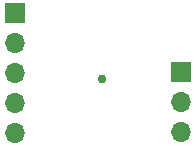
<source format=gbr>
%TF.GenerationSoftware,KiCad,Pcbnew,7.0.1-0*%
%TF.CreationDate,2023-04-11T15:49:42+08:00*%
%TF.ProjectId,firstproject,66697273-7470-4726-9f6a-6563742e6b69,rev?*%
%TF.SameCoordinates,Original*%
%TF.FileFunction,Soldermask,Bot*%
%TF.FilePolarity,Negative*%
%FSLAX46Y46*%
G04 Gerber Fmt 4.6, Leading zero omitted, Abs format (unit mm)*
G04 Created by KiCad (PCBNEW 7.0.1-0) date 2023-04-11 15:49:42*
%MOMM*%
%LPD*%
G01*
G04 APERTURE LIST*
%ADD10R,1.700000X1.700000*%
%ADD11O,1.700000X1.700000*%
%ADD12C,0.750000*%
G04 APERTURE END LIST*
D10*
%TO.C,J1*%
X136017000Y-93853000D03*
D11*
X136017000Y-96393000D03*
X136017000Y-98933000D03*
%TD*%
D10*
%TO.C,J2*%
X121920000Y-88900000D03*
D11*
X121920000Y-91440000D03*
X121920000Y-93980000D03*
X121920000Y-96520000D03*
X121920000Y-99060000D03*
%TD*%
D12*
%TO.C,MK1*%
X129287000Y-94483000D03*
%TD*%
M02*

</source>
